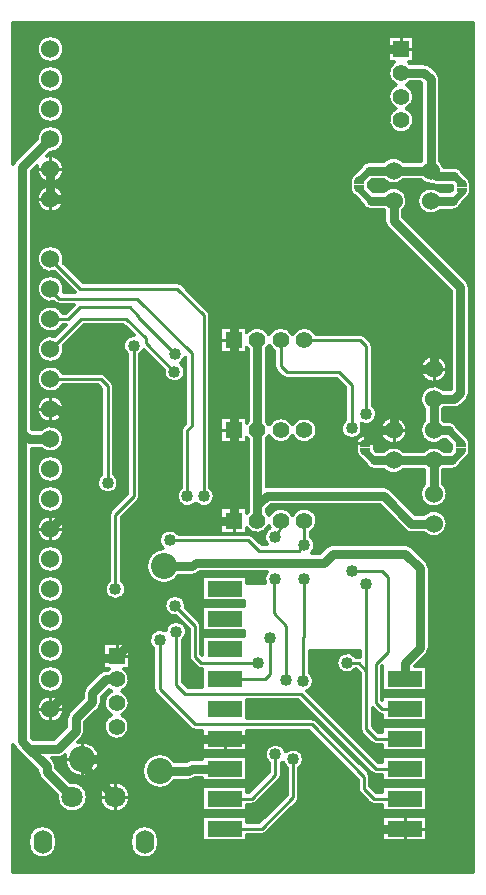
<source format=gbr>
G04 DesignSpark PCB Gerber Version 12.0 Build 5942*
%FSLAX35Y35*%
%MOMM*%
%AMT20*0 Bullet Pad at angle 0*4,1,26,-0.40000,-0.30000,0.40000,-0.30000,0.40000,-0.10000,0.39630,-0.04550,0.38520,0.00800,0.36690,0.05940,0.34180,0.10790,0.31030,0.15250,0.27300,0.19240,0.23060,0.22680,0.18400,0.25520,0.13390,0.27690,0.08130,0.29160,0.02720,0.29900,-0.02740,0.29900,-0.08150,0.29160,-0.13410,0.27690,-0.18420,0.25510,-0.23080,0.22670,-0.27310,0.19220,-0.31030,0.15230,-0.34180,0.10770,-0.36690,0.05920,-0.38520,0.00780,-0.39630,-0.04570,-0.40000,-0.10000,-0.40000,-0.30000,0*%
%ADD20T20*%
%ADD23O,1.60000X2.00000*%
%ADD17R,1.40000X1.42000*%
%ADD12C,0.25400*%
%ADD11C,0.30480*%
%ADD15C,0.60000*%
%ADD13C,0.80000*%
%ADD16C,1.01600*%
%ADD18C,1.40000*%
%ADD70C,1.52400*%
%ADD22C,1.80000*%
%ADD14C,2.20000*%
%ADD19R,3.00000X1.35000*%
%AMT71*0 Bullet Pad at angle 180*4,1,26,0.40000,0.30000,-0.40000,0.30000,-0.40000,0.10000,-0.39630,0.04550,-0.38520,-0.00800,-0.36690,-0.05940,-0.34180,-0.10790,-0.31030,-0.15250,-0.27300,-0.19240,-0.23060,-0.22680,-0.18400,-0.25520,-0.13390,-0.27690,-0.08130,-0.29160,-0.02720,-0.29900,0.02740,-0.29900,0.08150,-0.29160,0.13410,-0.27690,0.18420,-0.25510,0.23080,-0.22670,0.27310,-0.19220,0.31030,-0.15230,0.34180,-0.10770,0.36690,-0.05920,0.38520,-0.00780,0.39630,0.04570,0.40000,0.10000,0.40000,0.30000,0*%
%ADD71T71*%
%ADD21R,1.42000X1.40000*%
X0Y0D02*
D02*
D11*
X386120Y7579360D02*
Y6388000D01*
G75*
G02*
X403220Y6413260I74120J-31760D01*
G01*
X583430Y6593470D01*
G75*
G02*
X583400Y6596240I116850J2650D01*
G01*
G75*
G02*
X817080I116840J0D01*
G01*
G75*
G02*
X697470Y6479430I-116840J0D01*
G01*
X674180Y6456140D01*
G75*
G02*
X817080Y6342240I26060J-113900D01*
G01*
G75*
G02*
X583400I-116840J0D01*
G01*
G75*
G02*
X586340Y6368300I116820J20D01*
G01*
X540840Y6322800D01*
Y4143680D01*
X547680Y4136840D01*
X615650D01*
G75*
G02*
X817080Y4056240I84590J-80600D01*
G01*
G75*
G02*
X615650Y3975640I-116840J0D01*
G01*
X540840D01*
Y1528680D01*
X553680Y1515840D01*
X731800D01*
X834640Y1618680D01*
Y1687750D01*
G75*
G02*
X834600Y1690240I80580J2540D01*
G01*
G75*
G02*
X858220Y1747260I80640J0D01*
G01*
X974640Y1863680D01*
Y1902750D01*
G75*
G02*
X974600Y1905240I80580J2540D01*
G01*
G75*
G02*
X998220Y1962260I80640J0D01*
G01*
X1113220Y2077260D01*
G75*
G02*
X1172730Y2100840I57020J-57020D01*
G01*
X1184450D01*
G75*
G02*
X1195060Y2109640I75790J-80580D01*
G01*
X1148640D01*
Y2330840D01*
X1371840D01*
Y2109640D01*
X1325420D01*
G75*
G02*
X1307580Y1920240I-65180J-89400D01*
G01*
G75*
G02*
Y1720240I-47340J-100000D01*
G01*
G75*
G02*
X1260240Y1509600I-47340J-100000D01*
G01*
G75*
G02*
X1212900Y1720240I0J110640D01*
G01*
G75*
G02*
Y1920240I47340J100000D01*
G01*
G75*
G02*
X1194950Y1930910I47310J100020D01*
G01*
X1135840Y1871800D01*
Y1832730D01*
G75*
G02*
X1135880Y1830240I-80620J-2540D01*
G01*
G75*
G02*
X1112260Y1773220I-80640J0D01*
G01*
X995840Y1656800D01*
Y1587730D01*
G75*
G02*
X995880Y1585240I-80620J-2540D01*
G01*
G75*
G02*
X972260Y1528220I-80640J0D01*
G01*
X935970Y1491930D01*
G75*
G02*
X1120880Y1345240I34270J-146690D01*
G01*
G75*
G02*
X819600I-150640J0D01*
G01*
G75*
G02*
X823550Y1379510I150640J0D01*
G01*
X822260Y1378220D01*
G75*
G02*
X762750Y1354640I-57020J57020D01*
G01*
X714880D01*
X727260Y1342260D01*
G75*
G02*
X750880Y1285240I-57020J-57020D01*
G01*
G75*
G02*
X750840Y1282750I-80660J50D01*
G01*
Y1273680D01*
X869580Y1154940D01*
G75*
G02*
X1015880Y1025240I15660J-129700D01*
G01*
G75*
G02*
X754600I-130640J0D01*
G01*
G75*
G02*
X755540Y1040900I130650J20D01*
G01*
X613220Y1183220D01*
G75*
G02*
X589600Y1240240I57020J57020D01*
G01*
G75*
G02*
X589640Y1242730I80620J-50D01*
G01*
Y1251800D01*
X403220Y1438220D01*
G75*
G02*
X386120Y1463480I57020J57020D01*
G01*
Y391120D01*
X2335240D01*
Y650140D01*
X1984640D01*
Y866340D01*
X2335240D01*
Y904140D01*
X1984640D01*
Y1120340D01*
X2335240D01*
Y1158140D01*
X1984640D01*
Y1185640D01*
X1929580D01*
G75*
G02*
X1872330Y1164640I-54340J59600D01*
G01*
X1752500D01*
G75*
G02*
X1474600Y1245240I-127260J80600D01*
G01*
G75*
G02*
X1752500Y1325840I150640J0D01*
G01*
X1840980D01*
G75*
G02*
X1895240Y1346840I54260J-59600D01*
G01*
X1984640D01*
Y1374340D01*
X2335240D01*
Y1412140D01*
X1984640D01*
Y1586940D01*
X1927410D01*
G75*
G02*
X1887520Y1602520I-2170J53300D01*
G01*
X1587520Y1902520D01*
G75*
G02*
X1571900Y1940240I37720J37720D01*
G01*
G75*
G02*
X1571940Y1942410I53350J100D01*
G01*
Y2280940D01*
G75*
G02*
X1674090Y2432540I53300J74300D01*
G01*
G75*
G02*
X1856680Y2425240I91150J-7300D01*
G01*
G75*
G02*
X1818540Y2350940I-91440J0D01*
G01*
Y1997380D01*
X1862380Y1953540D01*
X1984640D01*
Y2106940D01*
X1977410D01*
G75*
G02*
X1937520Y2122520I-2170J53300D01*
G01*
X1887520Y2172520D01*
G75*
G02*
X1871900Y2210240I37720J37720D01*
G01*
G75*
G02*
X1871940Y2212410I53350J100D01*
G01*
Y2448100D01*
X1765650Y2554390D01*
G75*
G02*
X1663800Y2645240I-10410J90850D01*
G01*
G75*
G02*
X1846680I91440J0D01*
G01*
G75*
G02*
X1844680Y2626240I-91430J20D01*
G01*
X1962960Y2507960D01*
G75*
G02*
X1978580Y2470240I-37720J-37720D01*
G01*
G75*
G02*
X1978540Y2468070I-53370J-100D01*
G01*
Y2232380D01*
X1984640Y2226280D01*
Y2390340D01*
X2335240D01*
Y2428140D01*
X1984640D01*
Y2644340D01*
X2335240D01*
Y2682140D01*
X1984640D01*
Y2898340D01*
X2365840D01*
Y2835240D01*
X2515760D01*
G75*
G02*
X2530720Y2929640I84480J35000D01*
G01*
X1963680D01*
X1957260Y2923220D01*
G75*
G02*
X1897750Y2899640I-57020J57020D01*
G01*
X1787500D01*
G75*
G02*
X1509600Y2980240I-127260J80600D01*
G01*
G75*
G02*
X1650990Y3130600I150640J0D01*
G01*
G75*
G02*
X1618800Y3200240I59250J69640D01*
G01*
G75*
G02*
X1784540Y3253540I91440J0D01*
G01*
X2373070D01*
G75*
G02*
X2412960Y3237960I2170J-53300D01*
G01*
X2487380Y3163540D01*
X2532750D01*
G75*
G02*
X2556940Y3305780I67490J61700D01*
G01*
G75*
G02*
X2550240Y3317900I93280J59480D01*
G01*
G75*
G02*
X2360840Y3300060I-100000J47340D01*
G01*
Y3253640D01*
X2139640D01*
Y3476840D01*
X2360840D01*
Y3430420D01*
G75*
G02*
X2369640Y3441030I89380J-65180D01*
G01*
Y3492750D01*
G75*
G02*
X2369600Y3495240I80580J2540D01*
G01*
G75*
G02*
X2369640Y3497730I80620J-50D01*
G01*
Y4054450D01*
G75*
G02*
X2360840Y4065060I80580J75790D01*
G01*
Y4018640D01*
X2139640D01*
Y4241840D01*
X2360840D01*
Y4195420D01*
G75*
G02*
X2369640Y4206030I89380J-65180D01*
G01*
Y4819450D01*
G75*
G02*
X2360840Y4830060I80580J75790D01*
G01*
Y4783640D01*
X2139640D01*
Y5006840D01*
X2360840D01*
Y4960420D01*
G75*
G02*
X2550240Y4942580I89400J-65180D01*
G01*
G75*
G02*
X2750240I100000J-47340D01*
G01*
G75*
G02*
X2947200Y4948540I100000J-47340D01*
G01*
X3318070D01*
G75*
G02*
X3357960Y4932960I2170J-53300D01*
G01*
X3412960Y4877960D01*
G75*
G02*
X3428580Y4840240I-37720J-37720D01*
G01*
G75*
G02*
X3428540Y4838070I-53370J-100D01*
G01*
Y4339540D01*
G75*
G02*
X3332990Y4184150I-53300J-74300D01*
G01*
G75*
G02*
X3341680Y4145240I-82760J-38910D01*
G01*
G75*
G02*
X3158800I-91440J0D01*
G01*
G75*
G02*
X3196940Y4219540I91440J0D01*
G01*
Y4493100D01*
X3123100Y4566940D01*
X2702410D01*
G75*
G02*
X2662520Y4582520I-2170J53300D01*
G01*
X2612520Y4632520D01*
G75*
G02*
X2596900Y4670240I37720J37720D01*
G01*
G75*
G02*
X2596940Y4672410I53350J100D01*
G01*
Y4798280D01*
G75*
G02*
X2550240Y4847900I53310J96960D01*
G01*
G75*
G02*
X2530840Y4819450I-99990J47340D01*
G01*
Y4206030D01*
G75*
G02*
X2550240Y4177580I-80590J-75790D01*
G01*
G75*
G02*
X2750240I100000J-47340D01*
G01*
G75*
G02*
X2960880Y4130240I100000J-47340D01*
G01*
G75*
G02*
X2750240Y4082900I-110640J0D01*
G01*
G75*
G02*
X2550240I-100000J47340D01*
G01*
G75*
G02*
X2530840Y4054450I-99990J47340D01*
G01*
Y3655880D01*
G75*
G02*
X2532730Y3655840I-760J-80650D01*
G01*
X3517750D01*
G75*
G02*
X3577260Y3632260I2490J-80600D01*
G01*
X3788680Y3420840D01*
X3860650D01*
G75*
G02*
X4062080Y3340240I84590J-80600D01*
G01*
G75*
G02*
X3860650Y3259640I-116840J0D01*
G01*
X3757730D01*
G75*
G02*
X3698220Y3283220I-2490J80600D01*
G01*
X3486800Y3494640D01*
X2563680D01*
X2530840Y3461800D01*
Y3441030D01*
G75*
G02*
X2550240Y3412580I-80590J-75790D01*
G01*
G75*
G02*
X2750240I100000J-47340D01*
G01*
G75*
G02*
X2960880Y3365240I100000J-47340D01*
G01*
G75*
G02*
X2903540Y3268280I-110650J0D01*
G01*
Y3229540D01*
G75*
G02*
X2915150Y3090840I-53300J-74300D01*
G01*
X2981800D01*
X3033220Y3142260D01*
G75*
G02*
X3092730Y3165840I57020J-57020D01*
G01*
X3702750D01*
G75*
G02*
X3762260Y3142260I2490J-80600D01*
G01*
X3887260Y3017260D01*
G75*
G02*
X3910880Y2960240I-57020J-57020D01*
G01*
G75*
G02*
X3910840Y2957750I-80660J50D01*
G01*
Y2292730D01*
G75*
G02*
X3910880Y2290240I-80620J-2540D01*
G01*
G75*
G02*
X3887260Y2233220I-80640J0D01*
G01*
X3790380Y2136340D01*
X3889840D01*
Y1920140D01*
X3670240D01*
Y1882340D01*
X3889840D01*
Y1666140D01*
X3670240D01*
Y1628340D01*
X3889840D01*
Y1412140D01*
X3670240D01*
Y1374340D01*
X3889840D01*
Y1158140D01*
X3670240D01*
Y1120340D01*
X3889840D01*
Y904140D01*
X3670240D01*
Y866340D01*
X3889840D01*
Y650140D01*
X3670240D01*
Y391120D01*
X4274360D01*
Y7579360D01*
X386120D01*
X583400Y6850240D02*
G75*
G02*
X817080I116840J0D01*
G01*
G75*
G02*
X583400I-116840J0D01*
G01*
Y7104240D02*
G75*
G02*
X817080I116840J0D01*
G01*
G75*
G02*
X583400I-116840J0D01*
G01*
Y7358240D02*
G75*
G02*
X817080I116840J0D01*
G01*
G75*
G02*
X583400I-116840J0D01*
G01*
X3234640Y6174640D02*
Y6240840D01*
X3234830D01*
G75*
G02*
X3275410Y6305310I80410J-5600D01*
G01*
X3321850Y6351750D01*
G75*
G02*
X3399240Y6409840I77390J-22510D01*
G01*
X3520650D01*
G75*
G02*
X3689830I84590J-80600D01*
G01*
X3839640D01*
Y7066800D01*
X3831800Y7074640D01*
X3746030D01*
G75*
G02*
X3717580Y7055240I-75790J80590D01*
G01*
G75*
G02*
Y6855240I-47340J-100000D01*
G01*
G75*
G02*
X3670240Y6644600I-47340J-100000D01*
G01*
G75*
G02*
X3622900Y6855240I0J110640D01*
G01*
G75*
G02*
Y7055240I47340J100000D01*
G01*
G75*
G02*
X3605060Y7244640I47340J100000D01*
G01*
X3558640D01*
Y7465840D01*
X3781840D01*
Y7244640D01*
X3735420D01*
G75*
G02*
X3746030Y7235840I-65180J-89380D01*
G01*
X3862750D01*
G75*
G02*
X3922260Y7212260I2490J-80600D01*
G01*
X3977260Y7157260D01*
G75*
G02*
X4000880Y7100240I-57020J-57020D01*
G01*
G75*
G02*
X4000840Y7097750I-80660J50D01*
G01*
Y6409830D01*
G75*
G02*
X4031520Y6360840I-80600J-84580D01*
G01*
X4120240D01*
G75*
G02*
X4197630Y6302750I0J-80600D01*
G01*
X4220070Y6280310D01*
G75*
G02*
X4260650Y6215840I-39830J-70070D01*
G01*
X4260840D01*
Y6149640D01*
X4260650D01*
G75*
G02*
X4220070Y6085170I-80410J5600D01*
G01*
X4183630Y6048730D01*
G75*
G02*
X4106240Y5990640I-77390J22510D01*
G01*
X4004830D01*
G75*
G02*
X3803400Y6071240I-84590J80600D01*
G01*
G75*
G02*
X4004830Y6151840I116840J0D01*
G01*
X4086940D01*
X4099640Y6164540D01*
Y6199640D01*
X3967730D01*
G75*
G02*
X3928100Y6208660I-2500J80590D01*
G01*
G75*
G02*
X3832010Y6248640I-7860J116580D01*
G01*
X3689830D01*
G75*
G02*
X3520650I-84590J80600D01*
G01*
X3418540D01*
X3395840Y6225940D01*
Y6189540D01*
X3429540Y6155840D01*
X3520650D01*
G75*
G02*
X3722080Y6075240I84590J-80600D01*
G01*
G75*
G02*
X3685840Y5990650I-116840J0D01*
G01*
Y5938680D01*
X4227260Y5397260D01*
G75*
G02*
X4250880Y5340240I-57020J-57020D01*
G01*
G75*
G02*
X4250840Y5337750I-80660J50D01*
G01*
Y4447730D01*
G75*
G02*
X4250880Y4445240I-80620J-2540D01*
G01*
G75*
G02*
X4227260Y4388220I-80640J0D01*
G01*
X4177260Y4338220D01*
G75*
G02*
X4117750Y4314640I-57020J57020D01*
G01*
X4029830D01*
G75*
G02*
X4025840Y4310650I-84600J80610D01*
G01*
Y4213830D01*
G75*
G02*
X4029830Y4209840I-80610J-84600D01*
G01*
X4071240D01*
G75*
G02*
X4148630Y4151750I0J-80600D01*
G01*
X4215070Y4085310D01*
G75*
G02*
X4255650Y4020840I-39830J-70070D01*
G01*
X4255840D01*
Y3954640D01*
X4255650D01*
G75*
G02*
X4215070Y3890170I-80410J5600D01*
G01*
X4177630Y3852730D01*
G75*
G02*
X4100240Y3794640I-77390J22510D01*
G01*
X4029830D01*
G75*
G02*
X4025840Y3790650I-84600J80610D01*
G01*
Y3678830D01*
G75*
G02*
X4062080Y3594240I-80600J-84590D01*
G01*
G75*
G02*
X3828400I-116840J0D01*
G01*
G75*
G02*
X3864640Y3678830I116840J0D01*
G01*
Y3790650D01*
G75*
G02*
X3860650Y3794640I80610J84600D01*
G01*
X3689830D01*
G75*
G02*
X3520650I-84590J80600D01*
G01*
X3440240D01*
G75*
G02*
X3362850Y3852730I0J80600D01*
G01*
X3325410Y3890170D01*
G75*
G02*
X3284830Y3954640I39830J70070D01*
G01*
X3284640D01*
Y4020840D01*
X3284830D01*
G75*
G02*
X3445650I80410J-5600D01*
G01*
X3445840D01*
Y3969540D01*
X3459540Y3955840D01*
X3520650D01*
G75*
G02*
X3689830I84590J-80600D01*
G01*
X3860650D01*
G75*
G02*
X4029830I84590J-80600D01*
G01*
X4080940D01*
X4094640Y3969540D01*
Y4005940D01*
X4051940Y4048640D01*
X4029830D01*
G75*
G02*
X3828400Y4129240I-84590J80600D01*
G01*
G75*
G02*
X3864640Y4213830I116840J0D01*
G01*
Y4310650D01*
G75*
G02*
X3828400Y4395240I80600J84590D01*
G01*
G75*
G02*
X4029830Y4475840I116840J0D01*
G01*
X4086800D01*
X4089640Y4478680D01*
Y5306800D01*
X3548220Y5848220D01*
G75*
G02*
X3524600Y5905240I57020J57020D01*
G01*
G75*
G02*
X3524640Y5907730I80620J-50D01*
G01*
Y5990650D01*
G75*
G02*
X3520650Y5994640I80610J84600D01*
G01*
X3410240D01*
G75*
G02*
X3332850Y6052730I0J80600D01*
G01*
X3275410Y6110170D01*
G75*
G02*
X3234830Y6174640I39830J70070D01*
G01*
X3234640D01*
X3828400Y4649240D02*
G75*
G02*
X4062080I116840J0D01*
G01*
G75*
G02*
X3828400I-116840J0D01*
G01*
X3488400Y4129240D02*
G75*
G02*
X3722080I116840J0D01*
G01*
G75*
G02*
X3488400I-116840J0D01*
G01*
X583400Y4310240D02*
G75*
G02*
X817080I116840J0D01*
G01*
G75*
G02*
X583400I-116840J0D01*
G01*
Y4564240D02*
G75*
G02*
X804210Y4617540I116840J0D01*
G01*
X1124070D01*
G75*
G02*
X1163960Y4601960I2170J-53300D01*
G01*
X1222960Y4542960D01*
G75*
G02*
X1238580Y4505240I-37720J-37720D01*
G01*
G75*
G02*
X1238540Y4503070I-53370J-100D01*
G01*
Y3759540D01*
G75*
G02*
X1276680Y3685240I-53300J-74300D01*
G01*
G75*
G02*
X1093800I-91440J0D01*
G01*
G75*
G02*
X1131940Y3759540I91440J0D01*
G01*
Y4483100D01*
X1104100Y4510940D01*
X804210D01*
G75*
G02*
X583400Y4564240I-103970J53300D01*
G01*
X1158800Y2785240D02*
G75*
G02*
X1196940Y2859540I91440J0D01*
G01*
Y3413070D01*
G75*
G02*
X1196900Y3415240I53310J2070D01*
G01*
G75*
G02*
X1212520Y3452960I53340J0D01*
G01*
X1351940Y3592380D01*
Y4770940D01*
G75*
G02*
X1406070Y4936680I53300J74300D01*
G01*
X1318220Y5021940D01*
X982380D01*
X812180Y4851740D01*
G75*
G02*
X817080Y4818240I-111950J-33480D01*
G01*
G75*
G02*
X583400I-116840J0D01*
G01*
G75*
G02*
X738280Y4928720I116840J0D01*
G01*
X828500Y5018940D01*
X804210D01*
G75*
G02*
X583400Y5072240I-103970J53300D01*
G01*
G75*
G02*
X804210Y5125540I116840J0D01*
G01*
X830100D01*
X896500Y5191940D01*
X777410D01*
G75*
G02*
X737520Y5207520I-2170J53300D01*
G01*
X731410Y5213630D01*
G75*
G02*
X583400Y5326240I-31170J112610D01*
G01*
G75*
G02*
X817080I116840J0D01*
G01*
G75*
G02*
X813750Y5298540I-116840J0D01*
G01*
X906500D01*
X736030Y5469010D01*
G75*
G02*
X583400Y5580240I-35790J111230D01*
G01*
G75*
G02*
X817080I116840J0D01*
G01*
G75*
G02*
X811470Y5544450I-116860J-20D01*
G01*
X972380Y5383540D01*
X1773070D01*
G75*
G02*
X1812960Y5367960I2170J-53300D01*
G01*
X2037960Y5142960D01*
G75*
G02*
X2053580Y5105240I-37720J-37720D01*
G01*
G75*
G02*
X2053540Y5103070I-53370J-100D01*
G01*
Y3644540D01*
G75*
G02*
X2091680Y3570240I-53300J-74300D01*
G01*
G75*
G02*
X1930240Y3511410I-91440J0D01*
G01*
G75*
G02*
X1768800Y3570240I-70000J58830D01*
G01*
G75*
G02*
X1806940Y3644540I91440J0D01*
G01*
Y4128070D01*
G75*
G02*
X1806900Y4130240I53310J2070D01*
G01*
G75*
G02*
X1822520Y4167960I53340J0D01*
G01*
X1841940Y4187380D01*
Y4746180D01*
G75*
G02*
X1804960Y4698500I-86700J29060D01*
G01*
G75*
G02*
X1841680Y4625240I-54720J-73260D01*
G01*
G75*
G02*
X1658800I-91440J0D01*
G01*
G75*
G02*
X1660000Y4640040I91460J30D01*
G01*
X1489740Y4810300D01*
G75*
G02*
X1458540Y4770940I-84500J34940D01*
G01*
Y3572410D01*
G75*
G02*
X1458580Y3570240I-53330J-2070D01*
G01*
G75*
G02*
X1442960Y3532520I-53340J0D01*
G01*
X1303540Y3393100D01*
Y2859540D01*
G75*
G02*
X1341680Y2785240I-53300J-74300D01*
G01*
G75*
G02*
X1158800I-91440J0D01*
G01*
X1376640Y625240D02*
Y665240D01*
G75*
G02*
X1617840I120600J0D01*
G01*
Y625240D01*
G75*
G02*
X1376640I-120600J0D01*
G01*
X583400Y6088240D02*
G75*
G02*
X817080I116840J0D01*
G01*
G75*
G02*
X583400I-116840J0D01*
G01*
Y1770240D02*
G75*
G02*
X817080I116840J0D01*
G01*
G75*
G02*
X583400I-116840J0D01*
G01*
Y2024240D02*
G75*
G02*
X817080I116840J0D01*
G01*
G75*
G02*
X583400I-116840J0D01*
G01*
Y2278240D02*
G75*
G02*
X817080I116840J0D01*
G01*
G75*
G02*
X583400I-116840J0D01*
G01*
Y2532240D02*
G75*
G02*
X817080I116840J0D01*
G01*
G75*
G02*
X583400I-116840J0D01*
G01*
Y2786240D02*
G75*
G02*
X817080I116840J0D01*
G01*
G75*
G02*
X583400I-116840J0D01*
G01*
Y3040240D02*
G75*
G02*
X817080I116840J0D01*
G01*
G75*
G02*
X583400I-116840J0D01*
G01*
Y3294240D02*
G75*
G02*
X817080I116840J0D01*
G01*
G75*
G02*
X583400I-116840J0D01*
G01*
Y3548240D02*
G75*
G02*
X817080I116840J0D01*
G01*
G75*
G02*
X583400I-116840J0D01*
G01*
Y3802240D02*
G75*
G02*
X817080I116840J0D01*
G01*
G75*
G02*
X583400I-116840J0D01*
G01*
X1114600Y1025240D02*
G75*
G02*
X1375880I130640J0D01*
G01*
G75*
G02*
X1114600I-130640J0D01*
G01*
X512640Y625240D02*
Y665240D01*
G75*
G02*
X753840I120600J0D01*
G01*
Y625240D01*
G75*
G02*
X512640I-120600J0D01*
G01*
X401360Y645240D02*
G36*
X401360Y645240D02*
Y406360D01*
X2335240D01*
Y645240D01*
X1617840D01*
Y625240D01*
G75*
G02*
X1376640I-120600J0D01*
G01*
Y645240D01*
X753840D01*
Y625240D01*
G75*
G02*
X512640I-120600J0D01*
G01*
Y645240D01*
X401360D01*
G37*
X3670240D02*
G36*
X3670240Y645240D02*
Y406360D01*
X4259120D01*
Y645240D01*
X3670240D01*
G37*
X401360Y1025240D02*
G36*
X401360Y1025240D02*
Y645240D01*
X512640D01*
Y665240D01*
G75*
G02*
X753840I120600J0D01*
G01*
Y645240D01*
X1376640D01*
Y665240D01*
G75*
G02*
X1617840I120600J0D01*
G01*
Y645240D01*
X2335240D01*
Y650140D01*
X1984640D01*
Y866340D01*
X2335240D01*
Y904140D01*
X1984640D01*
Y1025240D01*
X1375880D01*
G75*
G02*
X1114600I-130640J0D01*
G01*
X1015880D01*
G75*
G02*
X754600I-130640J0D01*
G01*
X401360D01*
G37*
X3670240Y650140D02*
G36*
X3670240Y650140D02*
Y645240D01*
X4259120D01*
Y1025240D01*
X3889840D01*
Y904140D01*
X3670240D01*
Y866340D01*
X3889840D01*
Y650140D01*
X3670240D01*
G37*
X401360Y1440140D02*
G36*
X401360Y1440140D02*
Y1025240D01*
X754600D01*
G75*
G02*
Y1025400I127320J80D01*
G01*
G75*
G02*
X755540Y1040900I128240J0D01*
G01*
X613220Y1183220D01*
G75*
G02*
X589600Y1240240I57030J57030D01*
G01*
G75*
G02*
Y1240250I81850J10D01*
G01*
G75*
G02*
X589640Y1242730I76950J0D01*
G01*
Y1251800D01*
X403220Y1438220D01*
G75*
G02*
X401360Y1440140I56750J56840D01*
G01*
G37*
X540840Y1770240D02*
G36*
X540840Y1770240D02*
Y1528680D01*
X553680Y1515840D01*
X731800D01*
X834640Y1618680D01*
Y1687750D01*
G75*
G02*
X834600Y1690230I76910J2480D01*
G01*
G75*
G02*
Y1690240I81850J10D01*
G01*
G75*
G02*
X858220Y1747260I80650J-10D01*
G01*
X881200Y1770240D01*
X817080D01*
G75*
G02*
X583400I-116840J0D01*
G01*
X540840D01*
G37*
X714880Y1354640D02*
G36*
X714880Y1354640D02*
X727260Y1342260D01*
G75*
G02*
X750880Y1285240I-57030J-57030D01*
G01*
G75*
G02*
X750840Y1282750I-78190J10D01*
G01*
Y1273680D01*
X869580Y1154940D01*
G75*
G02*
X1015880Y1025240I15660J-129700D01*
G01*
X1114600D01*
G75*
G02*
X1375880I130640J0D01*
G01*
X1984640D01*
Y1120340D01*
X2335240D01*
Y1158140D01*
X1984640D01*
Y1185640D01*
X1929580D01*
G75*
G02*
X1872330Y1164640I-54330J59580D01*
G01*
X1752500D01*
G75*
G02*
X1474600Y1245240I-127260J80600D01*
G01*
G75*
G02*
X1752500Y1325840I150640J0D01*
G01*
X1840980D01*
G75*
G02*
X1895240Y1346840I54250J-59560D01*
G01*
X1984640D01*
Y1374340D01*
X2335240D01*
Y1412140D01*
X1984640D01*
Y1586940D01*
X1927410D01*
G75*
G02*
X1887520Y1602520I-2180J53270D01*
G01*
X1719800Y1770240D01*
X1358940D01*
G75*
G02*
X1307580Y1720240I-98700J50010D01*
G01*
G75*
G02*
X1370880Y1620240I-47340J-100000D01*
G01*
G75*
G02*
X1260240Y1509600I-110640J0D01*
G01*
G75*
G02*
X1149600Y1620240I0J110640D01*
G01*
G75*
G02*
X1212900Y1720240I110640J0D01*
G01*
G75*
G02*
X1161540Y1770240I47340J100010D01*
G01*
X1109280D01*
X995840Y1656800D01*
Y1587730D01*
G75*
G02*
X995880Y1585250I-76910J-2480D01*
G01*
G75*
G02*
Y1585240I-81850J0D01*
G01*
G75*
G02*
X972260Y1528220I-80650J10D01*
G01*
X935970Y1491930D01*
G75*
G02*
X1120880Y1345240I34260J-146700D01*
G01*
G75*
G02*
X819600I-150640J0D01*
G01*
G75*
G02*
Y1345260I190990J10D01*
G01*
G75*
G02*
X823550Y1379510I150480J0D01*
G01*
X822260Y1378220D01*
G75*
G02*
X762750Y1354640I-57000J56980D01*
G01*
X714880D01*
G37*
X3670240Y1158140D02*
G36*
X3670240Y1158140D02*
Y1120340D01*
X3889840D01*
Y1025240D01*
X4259120D01*
Y1770240D01*
X3889840D01*
Y1666140D01*
X3670240D01*
Y1628340D01*
X3889840D01*
Y1412140D01*
X3670240D01*
Y1374340D01*
X3889840D01*
Y1158140D01*
X3670240D01*
G37*
X540840Y2024240D02*
G36*
X540840Y2024240D02*
Y1770240D01*
X583400D01*
G75*
G02*
X817080I116840J0D01*
G01*
X881200D01*
X974640Y1863680D01*
Y1902750D01*
G75*
G02*
X974600Y1905230I76910J2480D01*
G01*
G75*
G02*
Y1905240I81850J10D01*
G01*
G75*
G02*
X998220Y1962260I80650J-10D01*
G01*
X1060200Y2024240D01*
X817080D01*
G75*
G02*
X583400I-116840J0D01*
G01*
X540840D01*
G37*
X1112260Y1773220D02*
G36*
X1112260Y1773220D02*
X1109280Y1770240D01*
X1161540D01*
G75*
G02*
X1149600Y1820240I98700J50000D01*
G01*
G75*
G02*
X1212900Y1920240I110640J0D01*
G01*
G75*
G02*
X1194950Y1930910I47090J99660D01*
G01*
X1135840Y1871800D01*
Y1832730D01*
G75*
G02*
X1135880Y1830250I-76910J-2480D01*
G01*
G75*
G02*
Y1830240I-81850J0D01*
G01*
G75*
G02*
X1112260Y1773220I-80650J10D01*
G01*
G37*
X1370880Y2020240D02*
G36*
X1370880Y2020240D02*
G75*
G02*
X1307580Y1920240I-110640J0D01*
G01*
G75*
G02*
X1370880Y1820240I-47340J-100000D01*
G01*
G75*
G02*
X1358940Y1770240I-110640J0D01*
G01*
X1719800D01*
X1587520Y1902520D01*
G75*
G02*
X1571900Y1940240I37760J37730D01*
G01*
G75*
G02*
X1571940Y1942410I59450J-10D01*
G01*
Y2024240D01*
X1370810D01*
G75*
G02*
X1370880Y2020240I-110560J-3940D01*
G01*
G37*
X1818540Y2024240D02*
G36*
X1818540Y2024240D02*
Y1997380D01*
X1862380Y1953540D01*
X1984640D01*
Y2024240D01*
X1818540D01*
G37*
X3670240Y1920140D02*
G36*
X3670240Y1920140D02*
Y1882340D01*
X3889840D01*
Y1770240D01*
X4259120D01*
Y2024240D01*
X3889840D01*
Y1920140D01*
X3670240D01*
G37*
X540840Y2278240D02*
G36*
X540840Y2278240D02*
Y2024240D01*
X583400D01*
G75*
G02*
X817080I116840J0D01*
G01*
X1060200D01*
X1113220Y2077260D01*
G75*
G02*
X1172730Y2100840I57020J-57020D01*
G01*
X1184450D01*
G75*
G02*
X1195060Y2109640I75100J-79760D01*
G01*
X1148640D01*
Y2278240D01*
X817080D01*
G75*
G02*
X583400I-116840J0D01*
G01*
X540840D01*
G37*
X1325420Y2109640D02*
G36*
X1325420Y2109640D02*
G75*
G02*
X1370810Y2024240I-65180J-89410D01*
G01*
X1571940D01*
Y2278240D01*
X1371840D01*
Y2109640D01*
X1325420D01*
G37*
X1818540Y2278240D02*
G36*
X1818540Y2278240D02*
Y2024240D01*
X1984640D01*
Y2106940D01*
X1977410D01*
G75*
G02*
X1937520Y2122520I-2180J53270D01*
G01*
X1887520Y2172520D01*
G75*
G02*
X1871900Y2210240I37760J37730D01*
G01*
G75*
G02*
X1871940Y2212410I59450J-10D01*
G01*
Y2278240D01*
X1818540D01*
G37*
X1978540D02*
G36*
X1978540Y2278240D02*
Y2232380D01*
X1984640Y2226280D01*
Y2278240D01*
X1978540D01*
G37*
X3887260Y2233220D02*
G36*
X3887260Y2233220D02*
X3790380Y2136340D01*
X3889840D01*
Y2024240D01*
X4259120D01*
Y2278240D01*
X3909980D01*
G75*
G02*
X3887260Y2233220I-79750J12000D01*
G01*
G37*
X540840Y2532240D02*
G36*
X540840Y2532240D02*
Y2278240D01*
X583400D01*
G75*
G02*
X817080I116840J0D01*
G01*
X1148640D01*
Y2330840D01*
X1371840D01*
Y2278240D01*
X1571940D01*
Y2280940D01*
G75*
G02*
X1533800Y2355240I53300J74300D01*
G01*
G75*
G02*
X1674090Y2432540I91440J0D01*
G01*
G75*
G02*
X1856680Y2425240I91150J-7300D01*
G01*
G75*
G02*
Y2425230I-114590J0D01*
G01*
G75*
G02*
X1818540Y2350940I-91420J0D01*
G01*
Y2278240D01*
X1871940D01*
Y2448100D01*
X1787800Y2532240D01*
X817080D01*
G75*
G02*
X583400I-116840J0D01*
G01*
X540840D01*
G37*
X1938680D02*
G36*
X1938680Y2532240D02*
X1962960Y2507960D01*
G75*
G02*
X1978580Y2470240I-37760J-37730D01*
G01*
G75*
G02*
Y2470230I-63660J0D01*
G01*
G75*
G02*
X1978540Y2468070I-58360J0D01*
G01*
Y2278240D01*
X1984640D01*
Y2390340D01*
X2335240D01*
Y2428140D01*
X1984640D01*
Y2532240D01*
X1938680D01*
G37*
X3910840D02*
G36*
X3910840Y2532240D02*
Y2292730D01*
G75*
G02*
X3910880Y2290250I-76910J-2480D01*
G01*
G75*
G02*
Y2290240I-81850J0D01*
G01*
G75*
G02*
X3909980Y2278240I-80650J10D01*
G01*
X4259120D01*
Y2532240D01*
X3910840D01*
G37*
X540840Y2786240D02*
G36*
X540840Y2786240D02*
Y2532240D01*
X583400D01*
G75*
G02*
X817080I116840J0D01*
G01*
X1787800D01*
X1765650Y2554390D01*
G75*
G02*
X1663800Y2645240I-10410J90850D01*
G01*
G75*
G02*
X1846680I91440J0D01*
G01*
G75*
G02*
Y2645220I-88150J-10D01*
G01*
G75*
G02*
X1844680Y2626240I-91060J0D01*
G01*
X1938680Y2532240D01*
X1984640D01*
Y2644340D01*
X2335240D01*
Y2682140D01*
X1984640D01*
Y2786240D01*
X1341670D01*
G75*
G02*
X1341680Y2785250I-91480J-1420D01*
G01*
G75*
G02*
Y2785240I-114590J0D01*
G01*
G75*
G02*
X1158800I-91440J0D01*
G01*
G75*
G02*
Y2785250I114590J10D01*
G01*
G75*
G02*
X1158810Y2786240I91490J-430D01*
G01*
X817080D01*
G75*
G02*
X583400I-116840J0D01*
G01*
X540840D01*
G37*
X3910840D02*
G36*
X3910840Y2786240D02*
Y2532240D01*
X4259120D01*
Y2786240D01*
X3910840D01*
G37*
X540840Y3040240D02*
G36*
X540840Y3040240D02*
Y2786240D01*
X583400D01*
G75*
G02*
X817080I116840J0D01*
G01*
X1158810D01*
G75*
G02*
X1196940Y2859540I91420J-990D01*
G01*
Y3040240D01*
X817080D01*
G75*
G02*
X583400I-116840J0D01*
G01*
X540840D01*
G37*
X1303540D02*
G36*
X1303540Y3040240D02*
Y2859540D01*
G75*
G02*
X1341670Y2786240I-53290J-74290D01*
G01*
X1984640D01*
Y2898340D01*
X2365840D01*
Y2835240D01*
X2515760D01*
G75*
G02*
X2508790Y2870240I84440J35010D01*
G01*
G75*
G02*
X2530720Y2929640I91420J0D01*
G01*
X1963680D01*
X1957260Y2923220D01*
G75*
G02*
X1897750Y2899640I-57000J56980D01*
G01*
X1787500D01*
G75*
G02*
X1509600Y2980240I-127260J80600D01*
G01*
G75*
G02*
X1522060Y3040240I150650J10D01*
G01*
X1303540D01*
G37*
X3864280D02*
G36*
X3864280Y3040240D02*
X3887260Y3017260D01*
G75*
G02*
X3910880Y2960240I-57030J-57030D01*
G01*
G75*
G02*
X3910840Y2957750I-78190J10D01*
G01*
Y2786240D01*
X4259120D01*
Y3040240D01*
X3864280D01*
G37*
X540840Y3294240D02*
G36*
X540840Y3294240D02*
Y3040240D01*
X583400D01*
G75*
G02*
X817080I116840J0D01*
G01*
X1196940D01*
Y3294240D01*
X817080D01*
G75*
G02*
X583400I-116840J0D01*
G01*
X540840D01*
G37*
X1303540D02*
G36*
X1303540Y3294240D02*
Y3040240D01*
X1522060D01*
G75*
G02*
X1650990Y3130600I138180J-60000D01*
G01*
G75*
G02*
X1618800Y3200240I59260J69650D01*
G01*
G75*
G02*
X1784540Y3253540I91440J0D01*
G01*
X2373070D01*
G75*
G02*
X2412960Y3237960I2180J-53270D01*
G01*
X2487380Y3163540D01*
X2532750D01*
G75*
G02*
X2508800Y3225240I67490J61700D01*
G01*
G75*
G02*
X2540230Y3294240I91440J10D01*
G01*
X2535090D01*
G75*
G02*
X2365390I-84850J71000D01*
G01*
X2360840D01*
Y3253640D01*
X2139640D01*
Y3294240D01*
X1303540D01*
G37*
X2903540Y3268280D02*
G36*
X2903540Y3268280D02*
Y3229540D01*
G75*
G02*
X2941680Y3155240I-53300J-74300D01*
G01*
G75*
G02*
X2915150Y3090840I-91440J0D01*
G01*
X2981800D01*
X3033220Y3142260D01*
G75*
G02*
X3092730Y3165840I57020J-57020D01*
G01*
X3702750D01*
G75*
G02*
X3762260Y3142260I2490J-80600D01*
G01*
X3864280Y3040240D01*
X4259120D01*
Y3294240D01*
X4052650D01*
G75*
G02*
X3860650Y3259640I-107410J46000D01*
G01*
X3757730D01*
G75*
G02*
X3698220Y3283220I-2490J80600D01*
G01*
X3687200Y3294240D01*
X2935090D01*
G75*
G02*
X2903540Y3268280I-84880J71010D01*
G01*
G37*
X540840Y3548240D02*
G36*
X540840Y3548240D02*
Y3294240D01*
X583400D01*
G75*
G02*
X817080I116840J0D01*
G01*
X1196940D01*
Y3413070D01*
G75*
G02*
X1196900Y3415230I58320J2160D01*
G01*
G75*
G02*
Y3415240I63660J10D01*
G01*
G75*
G02*
X1212520Y3452960I53380J-10D01*
G01*
X1307800Y3548240D01*
X817080D01*
G75*
G02*
X583400I-116840J0D01*
G01*
X540840D01*
G37*
X1303540Y3393100D02*
G36*
X1303540Y3393100D02*
Y3294240D01*
X2139640D01*
Y3476840D01*
X2360840D01*
Y3430420D01*
G75*
G02*
X2369640Y3441030I88560J-64490D01*
G01*
Y3492750D01*
G75*
G02*
X2369600Y3495230I76910J2480D01*
G01*
G75*
G02*
Y3495240I81850J10D01*
G01*
G75*
G02*
Y3495250I81850J10D01*
G01*
G75*
G02*
X2369640Y3497730I76950J0D01*
G01*
Y3548240D01*
X2088990D01*
G75*
G02*
X1930240Y3511410I-88750J22000D01*
G01*
G75*
G02*
X1771490Y3548240I-70000J58830D01*
G01*
X1453830D01*
G75*
G02*
X1442960Y3532520I-48630J22010D01*
G01*
X1303540Y3393100D01*
G37*
X2360840Y3300060D02*
G36*
X2360840Y3300060D02*
Y3294240D01*
X2365390D01*
G75*
G02*
X2360840Y3300060I84870J71040D01*
G01*
G37*
X2530840Y3461800D02*
G36*
X2530840Y3461800D02*
Y3441030D01*
G75*
G02*
X2550240Y3412580I-80590J-75790D01*
G01*
G75*
G02*
X2750240I100000J-47340D01*
G01*
G75*
G02*
X2960880Y3365240I100000J-47340D01*
G01*
G75*
G02*
X2935090Y3294240I-110670J20D01*
G01*
X3687200D01*
X3486800Y3494640D01*
X2563680D01*
X2530840Y3461800D01*
G37*
X2535090Y3294240D02*
G36*
X2535090Y3294240D02*
X2540230D01*
G75*
G02*
X2556940Y3305780I60000J-69020D01*
G01*
G75*
G02*
X2550240Y3317900I92150J58850D01*
G01*
G75*
G02*
X2535090Y3294240I-100010J47360D01*
G01*
G37*
X3661280Y3548240D02*
G36*
X3661280Y3548240D02*
X3788680Y3420840D01*
X3860650D01*
G75*
G02*
X4062080Y3340240I84590J-80600D01*
G01*
G75*
G02*
X4052650Y3294240I-116850J-10D01*
G01*
X4259120D01*
Y3548240D01*
X4052640D01*
G75*
G02*
X3837840I-107400J46000D01*
G01*
X3661280D01*
G37*
X540840Y3802240D02*
G36*
X540840Y3802240D02*
Y3548240D01*
X583400D01*
G75*
G02*
X817080I116840J0D01*
G01*
X1307800D01*
X1351940Y3592380D01*
Y3802240D01*
X1238540D01*
Y3759540D01*
G75*
G02*
X1276680Y3685250I-53280J-74290D01*
G01*
G75*
G02*
Y3685240I-114590J0D01*
G01*
G75*
G02*
X1093800I-91440J0D01*
G01*
G75*
G02*
Y3685250I114590J10D01*
G01*
G75*
G02*
X1131940Y3759540I91420J0D01*
G01*
Y3802240D01*
X817080D01*
G75*
G02*
X583400I-116840J0D01*
G01*
X540840D01*
G37*
X1458540D02*
G36*
X1458540Y3802240D02*
Y3572410D01*
G75*
G02*
X1458580Y3570250I-58320J-2160D01*
G01*
G75*
G02*
Y3570240I-63660J0D01*
G01*
G75*
G02*
X1453830Y3548240I-53380J10D01*
G01*
X1771490D01*
G75*
G02*
X1768800Y3570240I88760J22020D01*
G01*
G75*
G02*
Y3570250I114590J10D01*
G01*
G75*
G02*
X1806940Y3644540I91420J0D01*
G01*
Y3802240D01*
X1458540D01*
G37*
X2053540D02*
G36*
X2053540Y3802240D02*
Y3644540D01*
G75*
G02*
X2091680Y3570250I-53280J-74290D01*
G01*
G75*
G02*
Y3570240I-114590J0D01*
G01*
G75*
G02*
X2088990Y3548240I-91450J20D01*
G01*
X2369640D01*
Y3802240D01*
X2053540D01*
G37*
X2530840D02*
G36*
X2530840Y3802240D02*
Y3655880D01*
G75*
G02*
X2532730Y3655840I-10J-45170D01*
G01*
X3517750D01*
G75*
G02*
X3577260Y3632260I2490J-80600D01*
G01*
X3661280Y3548240D01*
X3837840D01*
G75*
G02*
X3828400Y3594240I107410J46010D01*
G01*
G75*
G02*
X3864640Y3678830I116840J0D01*
G01*
Y3790650D01*
G75*
G02*
X3860650Y3794640I77620J81610D01*
G01*
X3689830D01*
G75*
G02*
X3520650I-84590J80600D01*
G01*
X3440240D01*
G75*
G02*
X3406080Y3802240I10J80610D01*
G01*
X2530840D01*
G37*
X4025840Y3790650D02*
G36*
X4025840Y3790650D02*
Y3678830D01*
G75*
G02*
X4062080Y3594240I-80600J-84590D01*
G01*
G75*
G02*
X4052640Y3548240I-116850J10D01*
G01*
X4259120D01*
Y3802240D01*
X4134400D01*
G75*
G02*
X4100240Y3794640I-34170J73010D01*
G01*
X4029830D01*
G75*
G02*
X4025840Y3790650I-81610J77620D01*
G01*
G37*
X540840Y3975640D02*
G36*
X540840Y3975640D02*
Y3802240D01*
X583400D01*
G75*
G02*
X817080I116840J0D01*
G01*
X1131940D01*
Y4129240D01*
X791470D01*
G75*
G02*
X817080Y4056240I-91230J-73000D01*
G01*
G75*
G02*
X615650Y3975640I-116840J0D01*
G01*
X540840D01*
G37*
X1238540Y4129240D02*
G36*
X1238540Y4129240D02*
Y3802240D01*
X1351940D01*
Y4129240D01*
X1238540D01*
G37*
X1458540D02*
G36*
X1458540Y4129240D02*
Y3802240D01*
X1806940D01*
Y4128070D01*
G75*
G02*
X1806910Y4129240I58330J2080D01*
G01*
X1458540D01*
G37*
X2053540D02*
G36*
X2053540Y4129240D02*
Y3802240D01*
X2369640D01*
Y4054450D01*
G75*
G02*
X2360840Y4065060I79760J75100D01*
G01*
Y4018640D01*
X2139640D01*
Y4129240D01*
X2053540D01*
G37*
X2530840Y4054450D02*
G36*
X2530840Y4054450D02*
Y3802240D01*
X3406080D01*
G75*
G02*
X3362850Y3852730I34170J73010D01*
G01*
X3325410Y3890170D01*
G75*
G02*
X3284830Y3954640I39820J70070D01*
G01*
X3284640D01*
Y4020840D01*
X3284830D01*
G75*
G02*
X3445650I80410J-5610D01*
G01*
X3445840D01*
Y3969540D01*
X3459540Y3955840D01*
X3520650D01*
G75*
G02*
X3689830I84590J-80600D01*
G01*
X3860650D01*
G75*
G02*
X4029830I84590J-80600D01*
G01*
X4080940D01*
X4094640Y3969540D01*
Y4005940D01*
X4051940Y4048640D01*
X4029830D01*
G75*
G02*
X3828400Y4129240I-84590J80600D01*
G01*
X3722080D01*
G75*
G02*
X3488400I-116840J0D01*
G01*
X3340270D01*
G75*
G02*
X3160210I-90030J16000D01*
G01*
X2960880D01*
G75*
G02*
X2750240Y4082900I-110640J1000D01*
G01*
G75*
G02*
X2550240I-100000J47340D01*
G01*
G75*
G02*
X2530840Y4054450I-100370J47600D01*
G01*
G37*
X4177630Y3852730D02*
G36*
X4177630Y3852730D02*
G75*
G02*
X4134400Y3802240I-77400J22520D01*
G01*
X4259120D01*
Y4129240D01*
X4171140D01*
X4215070Y4085310D01*
G75*
G02*
X4255650Y4020840I-39820J-70070D01*
G01*
X4255840D01*
Y3954640D01*
X4255650D01*
G75*
G02*
X4215070Y3890170I-80400J5600D01*
G01*
X4177630Y3852730D01*
G37*
X540840Y4310240D02*
G36*
X540840Y4310240D02*
Y4143680D01*
X547680Y4136840D01*
X615650D01*
G75*
G02*
X791470Y4129240I84590J-80600D01*
G01*
X1131940D01*
Y4310240D01*
X817080D01*
G75*
G02*
X583400I-116840J0D01*
G01*
X540840D01*
G37*
X1238540D02*
G36*
X1238540Y4310240D02*
Y4129240D01*
X1351940D01*
Y4310240D01*
X1238540D01*
G37*
X1458540D02*
G36*
X1458540Y4310240D02*
Y4129240D01*
X1806910D01*
G75*
G02*
X1806900Y4130230I58350J1080D01*
G01*
G75*
G02*
Y4130240I63660J10D01*
G01*
G75*
G02*
X1822520Y4167960I53380J-10D01*
G01*
X1841940Y4187380D01*
Y4310240D01*
X1458540D01*
G37*
X2053540D02*
G36*
X2053540Y4310240D02*
Y4129240D01*
X2139640D01*
Y4241840D01*
X2360840D01*
Y4195420D01*
G75*
G02*
X2369640Y4206030I88560J-64490D01*
G01*
Y4310240D01*
X2053540D01*
G37*
X2530840D02*
G36*
X2530840Y4310240D02*
Y4206030D01*
G75*
G02*
X2550240Y4177580I-80590J-75790D01*
G01*
G75*
G02*
X2750240I100000J-47340D01*
G01*
G75*
G02*
X2960880Y4130240I100000J-47340D01*
G01*
G75*
G02*
Y4129240I-111040J-500D01*
G01*
X3160210D01*
G75*
G02*
X3158800Y4145240I90030J16000D01*
G01*
G75*
G02*
Y4145250I114590J10D01*
G01*
G75*
G02*
X3196940Y4219540I91420J0D01*
G01*
Y4310240D01*
X2530840D01*
G37*
X3341680Y4145240D02*
G36*
X3341680Y4145240D02*
G75*
G02*
X3340270Y4129240I-91440J0D01*
G01*
X3488400D01*
G75*
G02*
X3722080I116840J0D01*
G01*
X3828400D01*
G75*
G02*
X3864640Y4213830I116840J0D01*
G01*
Y4310240D01*
X3454840D01*
G75*
G02*
X3466680Y4265240I-79610J-45000D01*
G01*
G75*
G02*
X3332990Y4184150I-91440J0D01*
G01*
G75*
G02*
X3341680Y4145240I-82760J-38910D01*
G01*
G37*
X4025840Y4310240D02*
G36*
X4025840Y4310240D02*
Y4213830D01*
G75*
G02*
X4029830Y4209840I-77620J-81610D01*
G01*
X4071240D01*
G75*
G02*
X4148630Y4151750I-10J-80610D01*
G01*
X4171140Y4129240D01*
X4259120D01*
Y4310240D01*
X4025840D01*
G37*
X540840Y4649240D02*
G36*
X540840Y4649240D02*
Y4310240D01*
X583400D01*
G75*
G02*
X817080I116840J0D01*
G01*
X1131940D01*
Y4483100D01*
X1104100Y4510940D01*
X804210D01*
G75*
G02*
X583400Y4564230I-103970J53290D01*
G01*
G75*
G02*
Y4564240I286480J10D01*
G01*
G75*
G02*
Y4564250I286480J10D01*
G01*
G75*
G02*
X620070Y4649240I116830J0D01*
G01*
X540840D01*
G37*
X780400D02*
G36*
X780400Y4649240D02*
G75*
G02*
X804210Y4617540I-80170J-85010D01*
G01*
X1124070D01*
G75*
G02*
X1163960Y4601960I2180J-53270D01*
G01*
X1222960Y4542960D01*
G75*
G02*
X1238580Y4505240I-37760J-37730D01*
G01*
G75*
G02*
Y4505230I-63660J0D01*
G01*
G75*
G02*
X1238540Y4503070I-58360J0D01*
G01*
Y4310240D01*
X1351940D01*
Y4649240D01*
X780400D01*
G37*
X1458540D02*
G36*
X1458540Y4649240D02*
Y4310240D01*
X1841940D01*
Y4649240D01*
X1838480D01*
G75*
G02*
X1841680Y4625250I-88210J-23980D01*
G01*
G75*
G02*
Y4625240I-143240J0D01*
G01*
G75*
G02*
X1658800I-91440J0D01*
G01*
G75*
G02*
X1660000Y4640040I91850J0D01*
G01*
X1650800Y4649240D01*
X1458540D01*
G37*
X2053540D02*
G36*
X2053540Y4649240D02*
Y4310240D01*
X2369640D01*
Y4649240D01*
X2053540D01*
G37*
X2530840D02*
G36*
X2530840Y4649240D02*
Y4310240D01*
X3196940D01*
Y4493100D01*
X3123100Y4566940D01*
X2702410D01*
G75*
G02*
X2662520Y4582520I-2180J53270D01*
G01*
X2612520Y4632520D01*
G75*
G02*
X2601210Y4649240I37760J37730D01*
G01*
X2530840D01*
G37*
X3428540D02*
G36*
X3428540Y4649240D02*
Y4339540D01*
G75*
G02*
X3454840Y4310240I-53300J-74300D01*
G01*
X3864640D01*
Y4310650D01*
G75*
G02*
X3828400Y4395240I80600J84590D01*
G01*
G75*
G02*
X4029830Y4475840I116840J0D01*
G01*
X4086800D01*
X4089640Y4478680D01*
Y4649240D01*
X4062080D01*
G75*
G02*
X3828400I-116840J0D01*
G01*
X3428540D01*
G37*
X4025840Y4310650D02*
G36*
X4025840Y4310650D02*
Y4310240D01*
X4259120D01*
Y4649240D01*
X4250840D01*
Y4447730D01*
G75*
G02*
X4250880Y4445250I-76910J-2480D01*
G01*
G75*
G02*
Y4445240I-81850J0D01*
G01*
G75*
G02*
X4227260Y4388220I-80650J10D01*
G01*
X4177260Y4338220D01*
G75*
G02*
X4117750Y4314640I-57000J56980D01*
G01*
X4029830D01*
G75*
G02*
X4025840Y4310650I-81610J77620D01*
G01*
G37*
X540840Y6088240D02*
G36*
X540840Y6088240D02*
Y4649240D01*
X620070D01*
G75*
G02*
X780400I80170J-84990D01*
G01*
X1351940D01*
Y4770940D01*
G75*
G02*
X1313800Y4845240I53300J74300D01*
G01*
G75*
G02*
X1406070Y4936680I91450J0D01*
G01*
X1318220Y5021940D01*
X982380D01*
X812180Y4851740D01*
G75*
G02*
X817080Y4818260I-111920J-33480D01*
G01*
G75*
G02*
Y4818240I-104170J-10D01*
G01*
G75*
G02*
X583400I-116840J0D01*
G01*
G75*
G02*
X738280Y4928720I116850J-10D01*
G01*
X828500Y5018940D01*
X804210D01*
G75*
G02*
X583400Y5072230I-103970J53290D01*
G01*
G75*
G02*
Y5072240I286480J10D01*
G01*
G75*
G02*
Y5072250I286480J10D01*
G01*
G75*
G02*
X804210Y5125540I116840J0D01*
G01*
X830100D01*
X896500Y5191940D01*
X777410D01*
G75*
G02*
X737520Y5207520I-2180J53270D01*
G01*
X731410Y5213630D01*
G75*
G02*
X583400Y5326240I-31160J112620D01*
G01*
G75*
G02*
X817080I116840J0D01*
G01*
G75*
G02*
X813750Y5298540I-117500J70D01*
G01*
X906500D01*
X736030Y5469010D01*
G75*
G02*
X583400Y5580240I-35780J111230D01*
G01*
G75*
G02*
X817080I116840J0D01*
G01*
G75*
G02*
Y5580230I-286480J0D01*
G01*
G75*
G02*
X811470Y5544450I-116920J0D01*
G01*
X972380Y5383540D01*
X1773070D01*
G75*
G02*
X1812960Y5367960I2180J-53270D01*
G01*
X2037960Y5142960D01*
G75*
G02*
X2053580Y5105240I-37760J-37730D01*
G01*
G75*
G02*
Y5105230I-63660J0D01*
G01*
G75*
G02*
X2053540Y5103070I-58360J0D01*
G01*
Y4649240D01*
X2369640D01*
Y4819450D01*
G75*
G02*
X2360840Y4830060I79760J75100D01*
G01*
Y4783640D01*
X2139640D01*
Y5006840D01*
X2360840D01*
Y4960420D01*
G75*
G02*
X2550240Y4942580I89400J-65180D01*
G01*
G75*
G02*
X2750240I100000J-47340D01*
G01*
G75*
G02*
X2947200Y4948540I100000J-47340D01*
G01*
X3318070D01*
G75*
G02*
X3357960Y4932960I2180J-53270D01*
G01*
X3412960Y4877960D01*
G75*
G02*
X3428580Y4840240I-37760J-37730D01*
G01*
G75*
G02*
Y4840230I-63660J0D01*
G01*
G75*
G02*
X3428540Y4838070I-58360J0D01*
G01*
Y4649240D01*
X3828400D01*
G75*
G02*
X4062080I116840J0D01*
G01*
X4089640D01*
Y5306800D01*
X3548220Y5848220D01*
G75*
G02*
X3524600Y5905240I57030J57030D01*
G01*
G75*
G02*
Y5905250I81850J10D01*
G01*
G75*
G02*
X3524640Y5907730I76950J0D01*
G01*
Y5990650D01*
G75*
G02*
X3520650Y5994640I77620J81610D01*
G01*
X3410240D01*
G75*
G02*
X3332850Y6052730I10J80610D01*
G01*
X3297340Y6088240D01*
X817080D01*
G75*
G02*
X583400I-116840J0D01*
G01*
X540840D01*
G37*
X1458540Y4770940D02*
G36*
X1458540Y4770940D02*
Y4649240D01*
X1650800D01*
X1489740Y4810300D01*
G75*
G02*
X1458540Y4770940I-84480J34920D01*
G01*
G37*
X1804960Y4698500D02*
G36*
X1804960Y4698500D02*
G75*
G02*
X1838480Y4649240I-54700J-73260D01*
G01*
X1841940D01*
Y4746180D01*
G75*
G02*
X1804960Y4698500I-86640J29020D01*
G01*
G37*
X2530840Y4819450D02*
G36*
X2530840Y4819450D02*
Y4649240D01*
X2601210D01*
G75*
G02*
X2596900Y4670240I49070J21010D01*
G01*
G75*
G02*
X2596940Y4672410I59450J-10D01*
G01*
Y4798280D01*
G75*
G02*
X2550240Y4847900I53310J96950D01*
G01*
G75*
G02*
X2530840Y4819450I-100370J47600D01*
G01*
G37*
X3685840Y5990650D02*
G36*
X3685840Y5990650D02*
Y5938680D01*
X4227260Y5397260D01*
G75*
G02*
X4250880Y5340240I-57030J-57030D01*
G01*
G75*
G02*
X4250840Y5337750I-78190J10D01*
G01*
Y4649240D01*
X4259120D01*
Y6088240D01*
X4225040D01*
G75*
G02*
X4220070Y6085170I-44790J66950D01*
G01*
X4183630Y6048730D01*
G75*
G02*
X4106240Y5990640I-77400J22520D01*
G01*
X4004830D01*
G75*
G02*
X3803400Y6071240I-84590J80600D01*
G01*
G75*
G02*
X3804640Y6088240I116870J20D01*
G01*
X3721350D01*
G75*
G02*
X3722080Y6075240I-116110J-13040D01*
G01*
G75*
G02*
X3685840Y5990650I-116840J0D01*
G01*
G37*
X401360Y6850240D02*
G36*
X401360Y6850240D02*
Y6411340D01*
G75*
G02*
X403220Y6413260I58610J-54920D01*
G01*
X583430Y6593470D01*
G75*
G02*
X583400Y6596240I189830J3440D01*
G01*
G75*
G02*
X817080I116840J0D01*
G01*
G75*
G02*
X697470Y6479430I-116850J10D01*
G01*
X674180Y6456140D01*
G75*
G02*
X817080Y6342240I26050J-113910D01*
G01*
G75*
G02*
X583400I-116840J0D01*
G01*
G75*
G02*
X586340Y6368300I117440J-50D01*
G01*
X540840Y6322800D01*
Y6088240D01*
X583400D01*
G75*
G02*
X817080I116840J0D01*
G01*
X3297340D01*
X3275410Y6110170D01*
G75*
G02*
X3234830Y6174640I39820J70070D01*
G01*
X3234640D01*
Y6240840D01*
X3234830D01*
G75*
G02*
X3275410Y6305310I80400J-5600D01*
G01*
X3321850Y6351750D01*
G75*
G02*
X3399240Y6409840I77400J-22520D01*
G01*
X3520650D01*
G75*
G02*
X3689830I84590J-80600D01*
G01*
X3839640D01*
Y6850240D01*
X3726950D01*
G75*
G02*
X3780880Y6755240I-56710J-95000D01*
G01*
G75*
G02*
X3670240Y6644600I-110640J0D01*
G01*
G75*
G02*
X3559600Y6755240I0J110640D01*
G01*
G75*
G02*
X3613530Y6850240I110640J0D01*
G01*
X817080D01*
G75*
G02*
X583400I-116840J0D01*
G01*
X401360D01*
G37*
X3395840Y6225940D02*
G36*
X3395840Y6225940D02*
Y6189540D01*
X3429540Y6155840D01*
X3520650D01*
G75*
G02*
X3721350Y6088240I84590J-80600D01*
G01*
X3804640D01*
G75*
G02*
X4004830Y6151840I115600J-17000D01*
G01*
X4086940D01*
X4099640Y6164540D01*
Y6199640D01*
X3967730D01*
G75*
G02*
X3928100Y6208660I-2510J80550D01*
G01*
G75*
G02*
X3832010Y6248640I-7860J116580D01*
G01*
X3689830D01*
G75*
G02*
X3520650I-84590J80600D01*
G01*
X3418540D01*
X3395840Y6225940D01*
G37*
X4000840Y6850240D02*
G36*
X4000840Y6850240D02*
Y6409830D01*
G75*
G02*
X4031520Y6360840I-80580J-84560D01*
G01*
X4120240D01*
G75*
G02*
X4197630Y6302750I-10J-80610D01*
G01*
X4220070Y6280310D01*
G75*
G02*
X4259120Y6226830I-39810J-70070D01*
G01*
Y6850240D01*
X4000840D01*
G37*
X4225040Y6088240D02*
G36*
X4225040Y6088240D02*
X4259120D01*
Y6138650D01*
G75*
G02*
X4225040Y6088240I-78860J16590D01*
G01*
G37*
X401360Y7104240D02*
G36*
X401360Y7104240D02*
Y6850240D01*
X583400D01*
G75*
G02*
X817080I116840J0D01*
G01*
X3613530D01*
G75*
G02*
X3622900Y6855240I56710J-95000D01*
G01*
G75*
G02*
X3559600Y6955240I47340J100000D01*
G01*
G75*
G02*
X3622900Y7055240I110640J0D01*
G01*
G75*
G02*
X3572060Y7104240I47340J100000D01*
G01*
X817080D01*
G75*
G02*
X583400I-116840J0D01*
G01*
X401360D01*
G37*
X3717580Y6855240D02*
G36*
X3717580Y6855240D02*
G75*
G02*
X3726950Y6850240I-47340J-100000D01*
G01*
X3839640D01*
Y7066800D01*
X3831800Y7074640D01*
X3746030D01*
G75*
G02*
X3717580Y7055240I-75790J80590D01*
G01*
G75*
G02*
X3780880Y6955240I-47340J-100000D01*
G01*
G75*
G02*
X3717580Y6855240I-110640J0D01*
G01*
G37*
X4000840Y7097750D02*
G36*
X4000840Y7097750D02*
Y6850240D01*
X4259120D01*
Y7104240D01*
X4000780D01*
G75*
G02*
X4000880Y7100240I-80570J-4020D01*
G01*
G75*
G02*
X4000840Y7097750I-78190J10D01*
G01*
G37*
X401360Y7358240D02*
G36*
X401360Y7358240D02*
Y7104240D01*
X583400D01*
G75*
G02*
X817080I116840J0D01*
G01*
X3572060D01*
G75*
G02*
X3559600Y7155240I98190J51010D01*
G01*
G75*
G02*
X3605060Y7244640I110640J0D01*
G01*
X3558640D01*
Y7358240D01*
X817080D01*
G75*
G02*
X583400I-116840J0D01*
G01*
X401360D01*
G37*
X3735420Y7244640D02*
G36*
X3735420Y7244640D02*
G75*
G02*
X3746030Y7235840I-64490J-88560D01*
G01*
X3862750D01*
G75*
G02*
X3922260Y7212260I2490J-80600D01*
G01*
X3977260Y7157260D01*
G75*
G02*
X4000780Y7104240I-57030J-57020D01*
G01*
X4259120D01*
Y7358240D01*
X3781840D01*
Y7244640D01*
X3735420D01*
G37*
X401360Y7564120D02*
G36*
X401360Y7564120D02*
Y7358240D01*
X583400D01*
G75*
G02*
X817080I116840J0D01*
G01*
X3558640D01*
Y7465840D01*
X3781840D01*
Y7358240D01*
X4259120D01*
Y7564120D01*
X401360D01*
G37*
X1930240Y1586940D02*
Y1346840D01*
X1984640D01*
Y1374340D01*
X2365840D01*
Y1158140D01*
X1984640D01*
Y1185640D01*
X1930240D01*
Y391120D01*
X4040240D01*
Y2265240D01*
X3906910D01*
G75*
G02*
X3887260Y2233220I-76670J25010D01*
G01*
X3790380Y2136340D01*
X3889840D01*
Y1920140D01*
X3508640D01*
Y2133200D01*
X3508540Y2133100D01*
Y1846380D01*
X3508640Y1846280D01*
Y1882340D01*
X3889840D01*
Y1666140D01*
X3508640D01*
Y1720940D01*
X3507410D01*
G75*
G02*
X3467520Y1736520I-2170J53300D01*
G01*
X3428540Y1775500D01*
Y1622380D01*
X3477380Y1573540D01*
X3508640D01*
Y1628340D01*
X3889840D01*
Y1412140D01*
X3508640D01*
Y1466940D01*
X3457410D01*
G75*
G02*
X3417520Y1482520I-2170J53300D01*
G01*
X3337520Y1562520D01*
G75*
G02*
X3321900Y1600240I37720J37720D01*
G01*
G75*
G02*
X3321940Y1602410I53350J100D01*
G01*
Y2073100D01*
X3288100Y2106940D01*
X3284540D01*
G75*
G02*
X3118800Y2160240I-74300J53300D01*
G01*
G75*
G02*
X3284540Y2213540I91440J0D01*
G01*
X3308070D01*
G75*
G02*
X3321940Y2212290I2190J-53300D01*
G01*
Y2265240D01*
X2893540D01*
Y2079540D01*
G75*
G02*
X2875890Y1921030I-53300J-74300D01*
G01*
X3477380Y1319540D01*
X3508640D01*
Y1374340D01*
X3889840D01*
Y1158140D01*
X3508640D01*
Y1212940D01*
X3457410D01*
G75*
G02*
X3417520Y1228520I-2170J53300D01*
G01*
X2799100Y1846940D01*
X2365840D01*
Y1693540D01*
X2908070D01*
G75*
G02*
X2947960Y1677960I2170J-53300D01*
G01*
X3392960Y1232960D01*
G75*
G02*
X3408580Y1195240I-37720J-37720D01*
G01*
G75*
G02*
X3408540Y1193070I-53370J-100D01*
G01*
Y1117380D01*
X3460380Y1065540D01*
X3508640D01*
Y1120340D01*
X3889840D01*
Y904140D01*
X3508640D01*
Y958940D01*
X3440410D01*
G75*
G02*
X3400520Y974520I-2170J53300D01*
G01*
X3317520Y1057520D01*
G75*
G02*
X3301900Y1095240I37720J37720D01*
G01*
G75*
G02*
X3301940Y1097410I53350J100D01*
G01*
Y1173100D01*
X2888100Y1586940D01*
X2365840D01*
Y1412140D01*
X1984640D01*
Y1586940D01*
X1930240D01*
X3508640Y866340D02*
X3889840D01*
Y650140D01*
X3508640D01*
Y866340D01*
X2513800Y1385240D02*
G75*
G02*
X2692690Y1411940I91440J0D01*
G01*
G75*
G02*
X2846680Y1345240I62550J-66700D01*
G01*
G75*
G02*
X2808540Y1270940I-91440J0D01*
G01*
Y1025410D01*
G75*
G02*
X2808580Y1023240I-53330J-2070D01*
G01*
G75*
G02*
X2792960Y985520I-53340J0D01*
G01*
X2527960Y720520D01*
G75*
G02*
X2488070Y704940I-37720J37720D01*
G01*
X2365840D01*
Y650140D01*
X1984640D01*
Y866340D01*
X2365840D01*
Y811540D01*
X2468100D01*
X2701940Y1045380D01*
Y1270940D01*
G75*
G02*
X2667790Y1318540I53310J74300D01*
G01*
G75*
G02*
X2658540Y1310940I-62580J66740D01*
G01*
Y1214410D01*
G75*
G02*
X2658580Y1212240I-53330J-2070D01*
G01*
G75*
G02*
X2642960Y1174520I-53340J0D01*
G01*
X2442960Y974520D01*
G75*
G02*
X2403070Y958940I-37720J37720D01*
G01*
X2365840D01*
Y904140D01*
X1984640D01*
Y1120340D01*
X2365840D01*
Y1065540D01*
X2383100D01*
X2551940Y1234380D01*
Y1310940D01*
G75*
G02*
X2513800Y1385240I53300J74300D01*
G01*
X1945480Y758240D02*
G36*
X1945480Y758240D02*
Y406360D01*
X4025000D01*
Y758240D01*
X3889840D01*
Y650140D01*
X3508640D01*
Y758240D01*
X2565680D01*
X2527960Y720520D01*
G75*
G02*
X2488070Y704940I-37710J37690D01*
G01*
X2365840D01*
Y650140D01*
X1984640D01*
Y758240D01*
X1945480D01*
G37*
Y1185640D02*
G36*
X1945480Y1185640D02*
Y758240D01*
X1984640D01*
Y866340D01*
X2365840D01*
Y811540D01*
X2468100D01*
X2701940Y1045380D01*
Y1270940D01*
G75*
G02*
X2667790Y1318540I53300J74290D01*
G01*
G75*
G02*
X2658540Y1310940I-62810J67020D01*
G01*
Y1214410D01*
G75*
G02*
X2658580Y1212250I-58320J-2160D01*
G01*
G75*
G02*
Y1212240I-63660J0D01*
G01*
G75*
G02*
X2642960Y1174520I-53380J10D01*
G01*
X2442960Y974520D01*
G75*
G02*
X2403070Y958940I-37710J37690D01*
G01*
X2365840D01*
Y904140D01*
X1984640D01*
Y1120340D01*
X2365840D01*
Y1065540D01*
X2383100D01*
X2551940Y1234380D01*
Y1310940D01*
G75*
G02*
X2513800Y1385230I53280J74290D01*
G01*
G75*
G02*
Y1385240I114590J10D01*
G01*
G75*
G02*
X2692690Y1411940I91440J-10D01*
G01*
G75*
G02*
X2846680Y1345240I62550J-66700D01*
G01*
G75*
G02*
Y1345230I-114590J0D01*
G01*
G75*
G02*
X2808540Y1270940I-91420J0D01*
G01*
Y1025410D01*
G75*
G02*
X2808580Y1023250I-58320J-2160D01*
G01*
G75*
G02*
Y1023240I-63660J0D01*
G01*
G75*
G02*
X2792960Y985520I-53380J10D01*
G01*
X2565680Y758240D01*
X3508640D01*
Y866340D01*
X3889840D01*
Y758240D01*
X4025000D01*
Y2250000D01*
X3900130D01*
G75*
G02*
X3887260Y2233220I-69770J40190D01*
G01*
X3790380Y2136340D01*
X3889840D01*
Y1920140D01*
X3508640D01*
Y2133200D01*
X3508540Y2133100D01*
Y1846380D01*
X3508640Y1846280D01*
Y1882340D01*
X3889840D01*
Y1666140D01*
X3508640D01*
Y1720940D01*
X3507410D01*
G75*
G02*
X3467520Y1736520I-2180J53270D01*
G01*
X3428540Y1775500D01*
Y1622380D01*
X3477380Y1573540D01*
X3508640D01*
Y1628340D01*
X3889840D01*
Y1412140D01*
X3508640D01*
Y1466940D01*
X3457410D01*
G75*
G02*
X3417520Y1482520I-2180J53270D01*
G01*
X3337520Y1562520D01*
G75*
G02*
X3321900Y1600240I37760J37730D01*
G01*
G75*
G02*
X3321940Y1602410I59450J-10D01*
G01*
Y2073100D01*
X3288100Y2106940D01*
X3284540D01*
G75*
G02*
X3118800Y2160240I-74300J53300D01*
G01*
G75*
G02*
X3192800Y2250000I91440J0D01*
G01*
X2893540D01*
Y2079540D01*
G75*
G02*
X2931680Y2005240I-53300J-74300D01*
G01*
G75*
G02*
X2875890Y1921030I-91450J0D01*
G01*
X3477380Y1319540D01*
X3508640D01*
Y1374340D01*
X3889840D01*
Y1158140D01*
X3508640D01*
Y1212940D01*
X3457410D01*
G75*
G02*
X3417520Y1228520I-2180J53270D01*
G01*
X2799100Y1846940D01*
X2365840D01*
Y1693540D01*
X2908070D01*
G75*
G02*
X2947960Y1677960I2180J-53270D01*
G01*
X3392960Y1232960D01*
G75*
G02*
X3408580Y1195240I-37760J-37730D01*
G01*
G75*
G02*
Y1195230I-63660J0D01*
G01*
G75*
G02*
X3408540Y1193070I-58360J0D01*
G01*
Y1117380D01*
X3460380Y1065540D01*
X3508640D01*
Y1120340D01*
X3889840D01*
Y904140D01*
X3508640D01*
Y958940D01*
X3440410D01*
G75*
G02*
X3400520Y974520I-2180J53270D01*
G01*
X3317520Y1057520D01*
G75*
G02*
X3301900Y1095240I37760J37730D01*
G01*
G75*
G02*
X3301940Y1097410I59450J-10D01*
G01*
Y1173100D01*
X2888100Y1586940D01*
X2365840D01*
Y1412140D01*
X1984640D01*
Y1586940D01*
X1945480D01*
Y1346840D01*
X1984640D01*
Y1374340D01*
X2365840D01*
Y1158140D01*
X1984640D01*
Y1185640D01*
X1945480D01*
G37*
X3227690Y2250000D02*
G36*
X3227690Y2250000D02*
G75*
G02*
X3284540Y2213540I-17450J-89760D01*
G01*
X3308070D01*
G75*
G02*
X3321940Y2212290I2200J-53210D01*
G01*
Y2250000D01*
X3227690D01*
G37*
D02*
D12*
X636740Y1770240D02*
X583400D01*
X636740Y3294240D02*
X583400D01*
X636740Y4310240D02*
X583400D01*
X636740Y6088240D02*
X583400D01*
X636740Y6342240D02*
X583400D01*
X700240Y1706740D02*
Y1653400D01*
Y1833740D02*
Y1887080D01*
Y3230740D02*
Y3177400D01*
Y3357740D02*
Y3411080D01*
Y4246740D02*
Y4193400D01*
Y4373740D02*
Y4427080D01*
Y4564240D02*
X1126240D01*
X1185240Y4505240D01*
Y3685240D01*
X700240Y4818240D02*
X703240D01*
X960240Y5075240D01*
X1340240D01*
X1510240Y4910240D01*
Y4865240D01*
X1750240Y4625240D01*
X700240Y5072240D02*
X852240D01*
X950240Y5170240D01*
X1370240D01*
X1440240Y5100240D01*
Y5090240D01*
X1755240Y4775240D01*
X700240Y5580240D02*
X950240Y5330240D01*
X1775240D01*
X2000240Y5105240D01*
Y3570240D01*
X700240Y6024740D02*
Y5971400D01*
Y6151740D02*
Y6205080D01*
Y6278740D02*
Y6225400D01*
Y6405740D02*
Y6459080D01*
X763740Y1770240D02*
X817080D01*
X763740Y3294240D02*
X817080D01*
X763740Y4310240D02*
X817080D01*
X763740Y6088240D02*
X817080D01*
X763740Y6342240D02*
X817080D01*
X872940Y1345240D02*
X819600D01*
X970240Y1247940D02*
Y1194600D01*
Y1442540D02*
Y1495880D01*
X1067540Y1345240D02*
X1120880D01*
X1167940Y1025240D02*
X1114600D01*
X1201940Y2220240D02*
X1148640D01*
X1245240Y947940D02*
Y894600D01*
Y1102540D02*
Y1155880D01*
X1260240Y2277540D02*
Y2330840D01*
X1318540Y2220240D02*
X1371840D01*
X1322540Y1025240D02*
X1375880D01*
X1405240Y4845240D02*
Y3570240D01*
X1250240Y3415240D01*
Y2785240D01*
X1710240Y3200240D02*
X2375240D01*
X2465240Y3110240D01*
X2805240D01*
X2850240Y3155240D01*
X1755240Y2645240D02*
Y2640240D01*
X1925240Y2470240D01*
Y2210240D01*
X1975240Y2160240D01*
X2455240D01*
X1765240Y2425240D02*
Y1975240D01*
X1840240Y1900240D01*
X2821240D01*
X3455240Y1266240D01*
X3699240D01*
X1860240Y3570240D02*
Y4130240D01*
X1895240Y4165240D01*
Y4785240D01*
X1435240Y5245240D01*
X775240D01*
X700240Y5320240D01*
Y5326240D01*
X2037940Y1520240D02*
X1984640D01*
X2037940D02*
X1984640D01*
X2175240Y1465440D02*
Y1412140D01*
Y1465440D02*
Y1412140D01*
X2192940Y3365240D02*
X2139640D01*
X2192940Y4130240D02*
X2139640D01*
X2192940Y4895240D02*
X2139640D01*
X2250240Y3306940D02*
Y3253640D01*
Y3423540D02*
Y3476840D01*
Y4071940D02*
Y4018640D01*
Y4188540D02*
Y4241840D01*
Y4836940D02*
Y4783640D01*
Y4953540D02*
Y5006840D01*
X2312540Y1520240D02*
X2365840D01*
X2555240Y2375240D02*
Y2070240D01*
X2513240Y2028240D01*
X2175240D01*
X2600240Y2870240D02*
X2590240D01*
Y2580240D01*
X2695240Y2475240D01*
Y2015240D01*
X2605240Y1385240D02*
Y1212240D01*
X2405240Y1012240D01*
X2175240D01*
X2650240Y3365240D02*
Y3315240D01*
X2600240Y3225240D01*
X2755240Y1345240D02*
Y1023240D01*
X2490240Y758240D01*
X2175240D01*
X2850240Y2870240D02*
Y2380240D01*
X2840240D01*
Y2005240D01*
X2850240Y3365240D02*
Y3155240D01*
Y4895240D02*
X3320240D01*
X3375240Y4840240D01*
Y4265240D01*
X3210240Y2160240D02*
X3310240D01*
X3375240Y2095240D01*
X3250240Y2935240D02*
X3505240D01*
X3555240Y2885240D01*
Y2255240D01*
X3455240Y2155240D01*
Y1824240D01*
X3505240Y1774240D01*
X3699240D01*
X3250240Y4145240D02*
Y4515240D01*
X3145240Y4620240D01*
X2910240D01*
X2700240D01*
X2650240Y4670240D01*
Y4895240D01*
X3339210Y4025240D02*
X3285260D01*
X3365240Y4042540D02*
Y4095840D01*
X3375240Y2095240D02*
Y1600240D01*
X3455240Y1520240D01*
X3699240D01*
X3375240Y2825240D02*
Y2095240D01*
X3391270Y4025240D02*
X3445220D01*
X3541740Y4129240D02*
X3488400D01*
X3561940Y758240D02*
X3508640D01*
X3605240Y4065740D02*
Y4012400D01*
Y4192740D02*
Y4246080D01*
X3611940Y7355240D02*
X3558640D01*
X3668740Y4129240D02*
X3722080D01*
X3670240Y7412540D02*
Y7465840D01*
X3699240Y703440D02*
Y650140D01*
Y703440D02*
Y650140D01*
Y813040D02*
Y866340D01*
Y813040D02*
Y866340D01*
Y1012240D02*
X3438240D01*
X3355240Y1095240D01*
Y1195240D01*
X2910240Y1640240D01*
X1925240D01*
X1625240Y1940240D01*
Y2355240D01*
X3728540Y7355240D02*
X3781840D01*
X3836540Y758240D02*
X3889840D01*
X3836540D02*
X3889840D01*
X3881740Y4649240D02*
X3828400D01*
X3945240Y4585740D02*
Y4532400D01*
Y4712740D02*
Y4766080D01*
X4008740Y4649240D02*
X4062080D01*
D02*
D13*
X460240Y4110240D02*
Y6356240D01*
X700240Y6596240D01*
X495240Y1460240D02*
X670240Y1285240D01*
Y1240240D01*
X885240Y1025240D01*
X495240Y1460240D02*
X460240Y1495240D01*
Y4110240D01*
X700240Y4056240D02*
X514240D01*
X460240Y4110240D01*
X700240Y4310240D02*
X765240D01*
X920240Y4155240D01*
Y3514240D01*
X700240Y3294240D01*
Y6088240D02*
X1270240D01*
Y6090240D01*
X1519240Y6339240D01*
X1840240D01*
X700240Y6342240D02*
Y6088240D01*
X970240Y1345240D02*
Y1300240D01*
X1245240Y1025240D01*
X1260240Y2020240D02*
X1170240D01*
X1055240Y1905240D01*
Y1830240D01*
X915240Y1690240D01*
Y1585240D01*
X765240Y1435240D01*
X520240D01*
X495240Y1460240D01*
X1260240Y2220240D02*
Y2205240D01*
X1070240D01*
X905240Y2040240D01*
Y1975240D01*
X700240Y1770240D01*
X1840240Y6339240D02*
X1846240D01*
X2250240Y5935240D01*
Y5230240D01*
X2175240Y1266240D02*
X1895240D01*
Y1265240D01*
X1875240Y1245240D01*
X1625240D01*
X2175240Y1520240D02*
X2800240D01*
X2955240Y1365240D01*
Y1088240D01*
X3285240Y758240D01*
X3699240D01*
X2175240Y1520240D02*
X1440240D01*
X1265240Y1345240D01*
X970240D01*
X2250240Y3365240D02*
X1640240D01*
X1425240Y3150240D01*
Y2595240D01*
Y2385240D01*
X1260240Y2220240D01*
X2250240Y4130240D02*
Y3365240D01*
Y4895240D02*
Y4130240D01*
Y5230240D02*
Y4895240D01*
Y5230240D02*
X2330240Y5310240D01*
X3810240D01*
X3945240Y5175240D01*
Y4649240D01*
X2450240Y3495240D02*
Y3365240D01*
Y4130240D02*
Y3590240D01*
Y3495240D01*
Y4895240D02*
Y4130240D01*
X3605240Y3875240D02*
X3440240D01*
X3605240D02*
X3945240D01*
X3605240Y4129240D02*
X3469240D01*
X3605240Y6075240D02*
Y5905240D01*
X4170240Y5340240D01*
Y4445240D01*
X4120240Y4395240D01*
X3945240D01*
X3605240Y6075240D02*
X3410240D01*
X3605240Y6329240D02*
X3399240D01*
X3605240D02*
X3916240D01*
X3920240Y6325240D01*
X3670240Y7155240D02*
X3865240D01*
X3920240Y7100240D01*
Y6325240D01*
X3670240Y7355240D02*
X1955240D01*
X1840240Y7240240D01*
Y6339240D01*
X3699240Y2028240D02*
Y2159240D01*
X3830240Y2290240D01*
Y2960240D01*
X3705240Y3085240D01*
X3090240D01*
X3015240Y3010240D01*
X1930240D01*
X1900240Y2980240D01*
X1660240D01*
X3920240Y6071240D02*
X4106240D01*
X3945240Y3340240D02*
X3755240D01*
X3520240Y3575240D01*
X2530240D01*
X2450240Y3495240D01*
X3945240Y3875240D02*
Y3594240D01*
Y3875240D02*
X4100240D01*
X3945240Y4129240D02*
X4071240D01*
X3945240Y4395240D02*
Y4129240D01*
Y4649240D02*
X3724240D01*
X3605240Y4530240D01*
Y4129240D01*
X4120240Y6280240D02*
X3965240D01*
X3920240Y6325240D01*
D02*
D14*
X970240Y1345240D03*
X1625240Y1245240D03*
X1660240Y2980240D03*
D02*
D15*
X3399240Y6329240D02*
X3315240Y6245240D01*
X3410240Y6075240D02*
X3315240Y6170240D01*
X3440240Y3875240D02*
X3365240Y3950240D01*
X3469240Y4129240D02*
X3365240Y4025240D01*
X4071240Y4129240D02*
X4175240Y4025240D01*
X4100240Y3875240D02*
X4175240Y3950240D01*
X4106240Y6071240D02*
X4180240Y6145240D01*
Y6220240D02*
X4120240Y6280240D01*
D02*
D16*
X1185240Y3685240D03*
X1250240Y2785240D03*
X1405240Y4845240D03*
X1625240Y2355240D03*
X1710240Y3200240D03*
X1750240Y4625240D03*
X1755240Y2645240D03*
Y4775240D03*
X1765240Y2425240D03*
X1860240Y3570240D03*
X2000240D03*
X2455240Y2160240D03*
X2555240Y2375240D03*
X2600240Y2870240D03*
Y3225240D03*
X2605240Y1385240D03*
X2695240Y2015240D03*
X2755240Y1345240D03*
X2840240Y2005240D03*
X2850240Y2870240D03*
Y3155240D03*
X3210240Y2160240D03*
X3250240Y2935240D03*
Y4145240D03*
X3375240Y2825240D03*
Y4265240D03*
D02*
D17*
X2250240Y3365240D03*
Y4130240D03*
Y4895240D03*
D02*
D18*
X1260240Y1620240D03*
Y1820240D03*
Y2020240D03*
X2450240Y3365240D03*
Y4130240D03*
Y4895240D03*
X2650240Y3365240D03*
Y4130240D03*
Y4895240D03*
X2850240Y3365240D03*
Y4130240D03*
Y4895240D03*
X3670240Y6755240D03*
Y6955240D03*
Y7155240D03*
D02*
D19*
X2175240Y758240D03*
Y1012240D03*
Y1266240D03*
Y1520240D03*
Y1774240D03*
Y2028240D03*
Y2282240D03*
Y2536240D03*
Y2790240D03*
X3699240Y758240D03*
Y1012240D03*
Y1266240D03*
Y1520240D03*
Y1774240D03*
Y2028240D03*
D02*
D70*
X700240Y1770240D03*
Y2024240D03*
Y2278240D03*
Y2532240D03*
Y2786240D03*
Y3040240D03*
Y3294240D03*
Y3548240D03*
Y3802240D03*
Y4056240D03*
Y4310240D03*
Y4564240D03*
Y4818240D03*
Y5072240D03*
Y5326240D03*
Y5580240D03*
Y6088240D03*
Y6342240D03*
Y6596240D03*
Y6850240D03*
Y7104240D03*
Y7358240D03*
X3605240Y3875240D03*
Y4129240D03*
Y6075240D03*
Y6329240D03*
X3920240Y6071240D03*
Y6325240D03*
X3945240Y3340240D03*
Y3594240D03*
Y3875240D03*
Y4129240D03*
Y4395240D03*
Y4649240D03*
D02*
D71*
X3315240Y6170240D03*
X3365240Y3950240D03*
X4175240D03*
X4180240Y6145240D03*
D02*
D20*
X3315240Y6245240D03*
X3365240Y4025240D03*
X4175240D03*
X4180240Y6220240D03*
D02*
D21*
X1260240Y2220240D03*
X3670240Y7355240D03*
D02*
D22*
X885240Y1025240D03*
X1245240D03*
D02*
D23*
X633240Y645240D03*
X1497240D03*
X0Y0D02*
M02*

</source>
